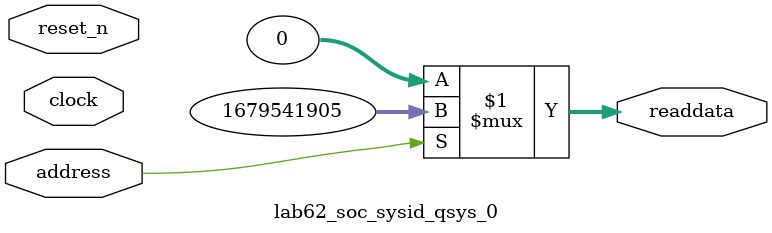
<source format=v>



// synthesis translate_off
`timescale 1ns / 1ps
// synthesis translate_on

// turn off superfluous verilog processor warnings 
// altera message_level Level1 
// altera message_off 10034 10035 10036 10037 10230 10240 10030 

module lab62_soc_sysid_qsys_0 (
               // inputs:
                address,
                clock,
                reset_n,

               // outputs:
                readdata
             )
;

  output  [ 31: 0] readdata;
  input            address;
  input            clock;
  input            reset_n;

  wire    [ 31: 0] readdata;
  //control_slave, which is an e_avalon_slave
  assign readdata = address ? 1679541905 : 0;

endmodule



</source>
